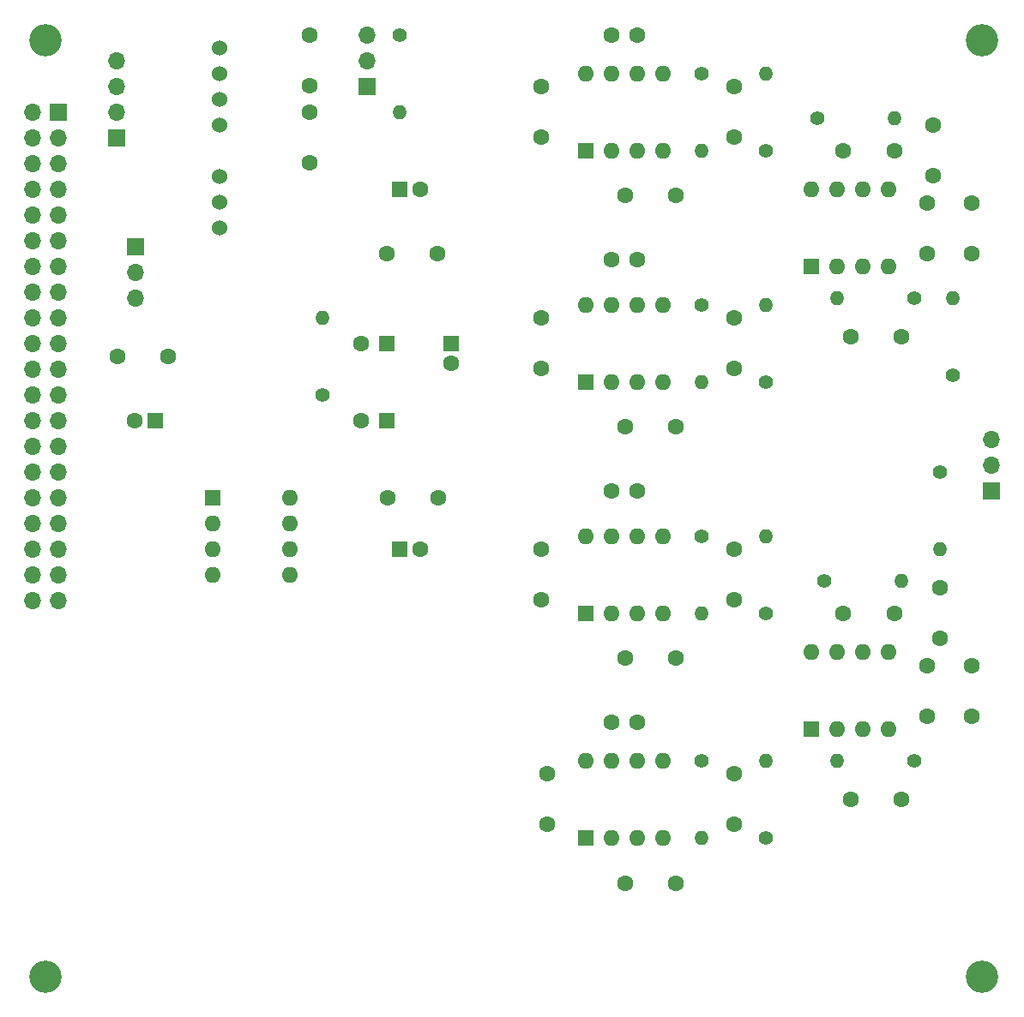
<source format=gbs>
G04 #@! TF.FileFunction,Soldermask,Bot*
%FSLAX46Y46*%
G04 Gerber Fmt 4.6, Leading zero omitted, Abs format (unit mm)*
G04 Created by KiCad (PCBNEW 4.0.7) date Wed Jan 24 20:33:12 2018*
%MOMM*%
%LPD*%
G01*
G04 APERTURE LIST*
%ADD10C,0.100000*%
%ADD11C,1.600000*%
%ADD12R,1.600000X1.600000*%
%ADD13R,1.700000X1.700000*%
%ADD14O,1.700000X1.700000*%
%ADD15C,1.400000*%
%ADD16O,1.400000X1.400000*%
%ADD17O,1.600000X1.600000*%
%ADD18C,1.524000*%
%ADD19C,3.200000*%
G04 APERTURE END LIST*
D10*
D11*
X93345000Y-116205000D03*
X93345000Y-121205000D03*
X82550000Y-88900000D03*
X77550000Y-88900000D03*
X77470000Y-64770000D03*
X82470000Y-64770000D03*
D12*
X78740000Y-58420000D03*
D11*
X80740000Y-58420000D03*
X130810000Y-110490000D03*
X130810000Y-105490000D03*
X132080000Y-97790000D03*
X132080000Y-102790000D03*
X92710000Y-71120000D03*
X92710000Y-76120000D03*
X131445000Y-52070000D03*
X131445000Y-57070000D03*
D13*
X75565000Y-48260000D03*
D14*
X75565000Y-45720000D03*
X75565000Y-43180000D03*
D15*
X78740000Y-43180000D03*
D16*
X78740000Y-50800000D03*
D15*
X108585000Y-114935000D03*
D16*
X108585000Y-122555000D03*
D12*
X97155000Y-122555000D03*
D17*
X104775000Y-114935000D03*
X99695000Y-122555000D03*
X102235000Y-114935000D03*
X102235000Y-122555000D03*
X99695000Y-114935000D03*
X104775000Y-122555000D03*
X97155000Y-114935000D03*
D12*
X97155000Y-100330000D03*
D17*
X104775000Y-92710000D03*
X99695000Y-100330000D03*
X102235000Y-92710000D03*
X102235000Y-100330000D03*
X99695000Y-92710000D03*
X104775000Y-100330000D03*
X97155000Y-92710000D03*
D12*
X119380000Y-111760000D03*
D17*
X127000000Y-104140000D03*
X121920000Y-111760000D03*
X124460000Y-104140000D03*
X124460000Y-111760000D03*
X121920000Y-104140000D03*
X127000000Y-111760000D03*
X119380000Y-104140000D03*
D12*
X97155000Y-77470000D03*
D17*
X104775000Y-69850000D03*
X99695000Y-77470000D03*
X102235000Y-69850000D03*
X102235000Y-77470000D03*
X99695000Y-69850000D03*
X104775000Y-77470000D03*
X97155000Y-69850000D03*
D12*
X119380000Y-66040000D03*
D17*
X127000000Y-58420000D03*
X121920000Y-66040000D03*
X124460000Y-58420000D03*
X124460000Y-66040000D03*
X121920000Y-58420000D03*
X127000000Y-66040000D03*
X119380000Y-58420000D03*
D11*
X69850000Y-43180000D03*
X69850000Y-48180000D03*
X69850000Y-50800000D03*
X69850000Y-55800000D03*
X55880000Y-74930000D03*
X50880000Y-74930000D03*
D12*
X54610000Y-81280000D03*
D11*
X52610000Y-81280000D03*
X111760000Y-116205000D03*
X111760000Y-121205000D03*
X111760000Y-93980000D03*
X111760000Y-98980000D03*
X106045000Y-127000000D03*
X101045000Y-127000000D03*
X92710000Y-93980000D03*
X92710000Y-98980000D03*
X106045000Y-104775000D03*
X101045000Y-104775000D03*
X99695000Y-111125000D03*
X102195000Y-111125000D03*
X99695000Y-88265000D03*
X102195000Y-88265000D03*
D12*
X77470000Y-73660000D03*
D11*
X74970000Y-73660000D03*
D12*
X78740000Y-93980000D03*
D11*
X80740000Y-93980000D03*
D12*
X77470000Y-81280000D03*
D11*
X74970000Y-81280000D03*
D12*
X83820000Y-73660000D03*
D11*
X83820000Y-75660000D03*
X128270000Y-118745000D03*
X123270000Y-118745000D03*
X135255000Y-110490000D03*
X135255000Y-105490000D03*
X122555000Y-100330000D03*
X127555000Y-100330000D03*
X111760000Y-71120000D03*
X111760000Y-76120000D03*
X111760000Y-48260000D03*
X111760000Y-53260000D03*
X106045000Y-81915000D03*
X101045000Y-81915000D03*
X92710000Y-48260000D03*
X92710000Y-53260000D03*
X106045000Y-59055000D03*
X101045000Y-59055000D03*
X99695000Y-65405000D03*
X102195000Y-65405000D03*
X99695000Y-43180000D03*
X102195000Y-43180000D03*
X128270000Y-73025000D03*
X123270000Y-73025000D03*
X135255000Y-64770000D03*
X135255000Y-59770000D03*
X130810000Y-64770000D03*
X130810000Y-59770000D03*
X122555000Y-54610000D03*
X127555000Y-54610000D03*
D13*
X50800000Y-53340000D03*
D14*
X50800000Y-50800000D03*
X50800000Y-48260000D03*
X50800000Y-45720000D03*
D13*
X45085000Y-50800000D03*
D14*
X42545000Y-50800000D03*
X45085000Y-53340000D03*
X42545000Y-53340000D03*
X45085000Y-55880000D03*
X42545000Y-55880000D03*
X45085000Y-58420000D03*
X42545000Y-58420000D03*
X45085000Y-60960000D03*
X42545000Y-60960000D03*
X45085000Y-63500000D03*
X42545000Y-63500000D03*
X45085000Y-66040000D03*
X42545000Y-66040000D03*
X45085000Y-68580000D03*
X42545000Y-68580000D03*
X45085000Y-71120000D03*
X42545000Y-71120000D03*
X45085000Y-73660000D03*
X42545000Y-73660000D03*
X45085000Y-76200000D03*
X42545000Y-76200000D03*
X45085000Y-78740000D03*
X42545000Y-78740000D03*
X45085000Y-81280000D03*
X42545000Y-81280000D03*
X45085000Y-83820000D03*
X42545000Y-83820000D03*
X45085000Y-86360000D03*
X42545000Y-86360000D03*
X45085000Y-88900000D03*
X42545000Y-88900000D03*
X45085000Y-91440000D03*
X42545000Y-91440000D03*
X45085000Y-93980000D03*
X42545000Y-93980000D03*
X45085000Y-96520000D03*
X42545000Y-96520000D03*
X45085000Y-99060000D03*
X42545000Y-99060000D03*
D13*
X52705000Y-64135000D03*
D14*
X52705000Y-66675000D03*
X52705000Y-69215000D03*
D15*
X108585000Y-92710000D03*
D16*
X108585000Y-100330000D03*
D15*
X71120000Y-78740000D03*
D16*
X71120000Y-71120000D03*
D15*
X114935000Y-122555000D03*
D16*
X114935000Y-114935000D03*
D15*
X114935000Y-100330000D03*
D16*
X114935000Y-92710000D03*
D15*
X129540000Y-114935000D03*
D16*
X121920000Y-114935000D03*
D15*
X120650000Y-97155000D03*
D16*
X128270000Y-97155000D03*
D15*
X108585000Y-69850000D03*
D16*
X108585000Y-77470000D03*
D15*
X108585000Y-46990000D03*
D16*
X108585000Y-54610000D03*
D15*
X132080000Y-86360000D03*
D16*
X132080000Y-93980000D03*
D15*
X114935000Y-77470000D03*
D16*
X114935000Y-69850000D03*
D15*
X114935000Y-54610000D03*
D16*
X114935000Y-46990000D03*
D15*
X129540000Y-69215000D03*
D16*
X121920000Y-69215000D03*
D15*
X120015000Y-51435000D03*
D16*
X127635000Y-51435000D03*
D15*
X133350000Y-76835000D03*
D16*
X133350000Y-69215000D03*
D18*
X60960000Y-62230000D03*
X60960000Y-59690000D03*
X60960000Y-57150000D03*
X60960000Y-52070000D03*
X60960000Y-49530000D03*
X60960000Y-46990000D03*
X60960000Y-44450000D03*
D12*
X60325000Y-88900000D03*
D17*
X67945000Y-96520000D03*
X60325000Y-91440000D03*
X67945000Y-93980000D03*
X60325000Y-93980000D03*
X67945000Y-91440000D03*
X60325000Y-96520000D03*
X67945000Y-88900000D03*
D12*
X97155000Y-54610000D03*
D17*
X104775000Y-46990000D03*
X99695000Y-54610000D03*
X102235000Y-46990000D03*
X102235000Y-54610000D03*
X99695000Y-46990000D03*
X104775000Y-54610000D03*
X97155000Y-46990000D03*
D13*
X137160000Y-88265000D03*
D14*
X137160000Y-85725000D03*
X137160000Y-83185000D03*
D19*
X43750000Y-43750000D03*
X43750000Y-136250000D03*
X136250000Y-43750000D03*
X136250000Y-136250000D03*
M02*

</source>
